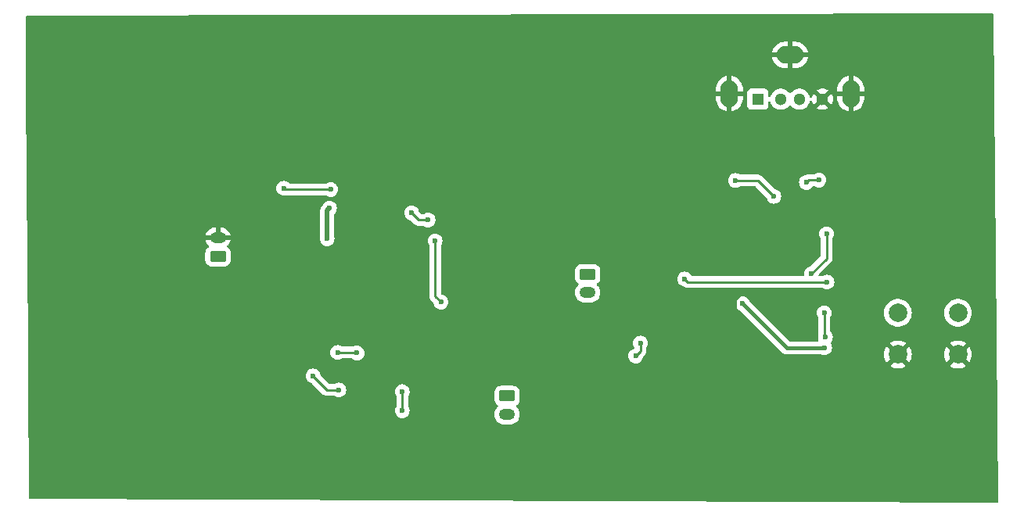
<source format=gbr>
%TF.GenerationSoftware,KiCad,Pcbnew,8.0.8*%
%TF.CreationDate,2025-03-11T03:54:01-05:00*%
%TF.ProjectId,finalproject,66696e61-6c70-4726-9f6a-6563742e6b69,rev?*%
%TF.SameCoordinates,Original*%
%TF.FileFunction,Copper,L2,Bot*%
%TF.FilePolarity,Positive*%
%FSLAX46Y46*%
G04 Gerber Fmt 4.6, Leading zero omitted, Abs format (unit mm)*
G04 Created by KiCad (PCBNEW 8.0.8) date 2025-03-11 03:54:01*
%MOMM*%
%LPD*%
G01*
G04 APERTURE LIST*
G04 Aperture macros list*
%AMRoundRect*
0 Rectangle with rounded corners*
0 $1 Rounding radius*
0 $2 $3 $4 $5 $6 $7 $8 $9 X,Y pos of 4 corners*
0 Add a 4 corners polygon primitive as box body*
4,1,4,$2,$3,$4,$5,$6,$7,$8,$9,$2,$3,0*
0 Add four circle primitives for the rounded corners*
1,1,$1+$1,$2,$3*
1,1,$1+$1,$4,$5*
1,1,$1+$1,$6,$7*
1,1,$1+$1,$8,$9*
0 Add four rect primitives between the rounded corners*
20,1,$1+$1,$2,$3,$4,$5,0*
20,1,$1+$1,$4,$5,$6,$7,0*
20,1,$1+$1,$6,$7,$8,$9,0*
20,1,$1+$1,$8,$9,$2,$3,0*%
G04 Aperture macros list end*
%TA.AperFunction,ComponentPad*%
%ADD10RoundRect,0.250000X0.625000X-0.350000X0.625000X0.350000X-0.625000X0.350000X-0.625000X-0.350000X0*%
%TD*%
%TA.AperFunction,ComponentPad*%
%ADD11O,1.750000X1.200000*%
%TD*%
%TA.AperFunction,ComponentPad*%
%ADD12O,1.900000X2.900000*%
%TD*%
%TA.AperFunction,ComponentPad*%
%ADD13O,2.900000X1.900000*%
%TD*%
%TA.AperFunction,ComponentPad*%
%ADD14C,1.300000*%
%TD*%
%TA.AperFunction,ComponentPad*%
%ADD15R,1.300000X1.300000*%
%TD*%
%TA.AperFunction,ComponentPad*%
%ADD16RoundRect,0.250000X-0.625000X0.350000X-0.625000X-0.350000X0.625000X-0.350000X0.625000X0.350000X0*%
%TD*%
%TA.AperFunction,ComponentPad*%
%ADD17C,2.000000*%
%TD*%
%TA.AperFunction,ViaPad*%
%ADD18C,0.600000*%
%TD*%
%TA.AperFunction,Conductor*%
%ADD19C,0.254000*%
%TD*%
%TA.AperFunction,Conductor*%
%ADD20C,0.381000*%
%TD*%
%TA.AperFunction,Conductor*%
%ADD21C,0.508000*%
%TD*%
G04 APERTURE END LIST*
D10*
%TO.P,GSR_IN1,1,Pin_1*%
%TO.N,Net-(GSR_IN1-Pin_1)*%
X109728000Y-93980000D03*
D11*
%TO.P,GSR_IN1,2,Pin_2*%
%TO.N,GND*%
X109728000Y-91980000D03*
%TD*%
D12*
%TO.P,USB1,5,Shield*%
%TO.N,GND*%
X178218000Y-76362000D03*
D13*
X171648000Y-72182000D03*
D12*
X165078000Y-76362000D03*
D14*
%TO.P,USB1,4,GND*%
X175148000Y-76962000D03*
%TO.P,USB1,3,D+*%
%TO.N,Net-(D2-K)*%
X172648000Y-76962000D03*
%TO.P,USB1,2,D-*%
%TO.N,Net-(D3-K)*%
X170648000Y-76962000D03*
D15*
%TO.P,USB1,1,VBUS*%
%TO.N,+5V*%
X168148000Y-76962000D03*
%TD*%
D16*
%TO.P,SIG1,1,Pin_1*%
%TO.N,/SIG*%
X149733000Y-95917000D03*
D11*
%TO.P,SIG1,2,Pin_2*%
%TO.N,unconnected-(SIG1-Pin_2-Pad2)*%
X149733000Y-97917000D03*
%TD*%
D16*
%TO.P,HEARTOUT1,1,Pin_1*%
%TO.N,/SDA*%
X141012000Y-109109000D03*
D11*
%TO.P,HEARTOUT1,2,Pin_2*%
%TO.N,/SCL*%
X141012000Y-111109000D03*
%TD*%
D17*
%TO.P,SW1,1,1*%
%TO.N,GND*%
X189813000Y-104612000D03*
X183313000Y-104612000D03*
%TO.P,SW1,2,2*%
%TO.N,Net-(MCU1-NRST)*%
X189813000Y-100112000D03*
X183313000Y-100112000D03*
%TD*%
D18*
%TO.N,GND*%
X168021000Y-98130815D03*
X166751000Y-97663000D03*
X165735000Y-100869000D03*
%TO.N,Net-(D2-K)*%
X173420000Y-85979000D03*
X174752000Y-85725000D03*
%TO.N,+3.3V*%
X175387000Y-103886000D03*
X166497000Y-99115000D03*
%TO.N,+1V8*%
X129667000Y-108644000D03*
X129667000Y-110698000D03*
X122682000Y-104394000D03*
X124773758Y-104453758D03*
X122809000Y-108458000D03*
X120015000Y-106934000D03*
%TO.N,+3.3V*%
X165755644Y-85770356D03*
X175339000Y-100115000D03*
X175466000Y-102730000D03*
X169878000Y-87490000D03*
%TO.N,+5V*%
X121793000Y-88773000D03*
X121539000Y-92075000D03*
%TO.N,Net-(GSR1-Pad3)*%
X116843000Y-86614000D03*
X121923000Y-86741000D03*
%TO.N,Net-(GSR1-Pad10)*%
X130683000Y-89281000D03*
X133223000Y-92329000D03*
X132461000Y-90043000D03*
X133858000Y-98933000D03*
%TO.N,/RX*%
X175593000Y-91554000D03*
X173941000Y-95872000D03*
%TO.N,/SIG*%
X175641000Y-96774000D03*
%TO.N,/SCL*%
X154940000Y-104775000D03*
X155448000Y-103378000D03*
%TO.N,/SIG*%
X160230242Y-96436758D03*
%TO.N,GND*%
X171196000Y-99441000D03*
%TD*%
D19*
%TO.N,GND*%
X169885815Y-98130815D02*
X168021000Y-98130815D01*
X165735000Y-98679000D02*
X166751000Y-97663000D01*
X165735000Y-100869000D02*
X165735000Y-98679000D01*
%TO.N,Net-(D2-K)*%
X174752000Y-85725000D02*
X173674000Y-85725000D01*
X173674000Y-85725000D02*
X173420000Y-85979000D01*
D20*
%TO.N,+3.3V*%
X171268000Y-103886000D02*
X175387000Y-103886000D01*
X166497000Y-99115000D02*
X171268000Y-103886000D01*
D19*
%TO.N,+1V8*%
X129667000Y-108644000D02*
X129667000Y-110698000D01*
X124714000Y-104394000D02*
X124773758Y-104453758D01*
X122682000Y-104394000D02*
X124714000Y-104394000D01*
X121539000Y-108458000D02*
X122809000Y-108458000D01*
X120015000Y-106934000D02*
X121539000Y-108458000D01*
%TO.N,+3.3V*%
X175339000Y-102603000D02*
X175466000Y-102730000D01*
X165755644Y-85770356D02*
X168158356Y-85770356D01*
X168158356Y-85770356D02*
X169878000Y-87490000D01*
X175339000Y-100115000D02*
X175339000Y-102603000D01*
D21*
%TO.N,+5V*%
X121539000Y-92075000D02*
X121539000Y-89027000D01*
X121539000Y-89027000D02*
X121793000Y-88773000D01*
D19*
%TO.N,Net-(GSR1-Pad3)*%
X116843000Y-86614000D02*
X116970000Y-86741000D01*
X116970000Y-86741000D02*
X121923000Y-86741000D01*
%TO.N,Net-(GSR1-Pad10)*%
X133223000Y-92329000D02*
X133223000Y-98298000D01*
X132461000Y-90043000D02*
X131445000Y-90043000D01*
X133223000Y-98298000D02*
X133858000Y-98933000D01*
X131445000Y-90043000D02*
X130683000Y-89281000D01*
%TO.N,/RX*%
X175593000Y-94220000D02*
X175593000Y-91554000D01*
X173941000Y-95872000D02*
X175593000Y-94220000D01*
%TO.N,/SCL*%
X155448000Y-104267000D02*
X154940000Y-104775000D01*
X155448000Y-103378000D02*
X155448000Y-104267000D01*
%TO.N,/SIG*%
X160230242Y-96436758D02*
X160567484Y-96774000D01*
X160567484Y-96774000D02*
X175641000Y-96774000D01*
%TO.N,GND*%
X171196000Y-99441000D02*
X169885815Y-98130815D01*
%TD*%
%TA.AperFunction,Conductor*%
%TO.N,GND*%
G36*
X193618972Y-67710820D02*
G01*
X193664855Y-67763513D01*
X193676180Y-67814109D01*
X194181794Y-120524355D01*
X194162754Y-120591580D01*
X194110391Y-120637839D01*
X194057350Y-120649543D01*
X89403643Y-120269445D01*
X89336675Y-120249517D01*
X89291112Y-120196547D01*
X89280096Y-120146360D01*
X89182707Y-106933996D01*
X119209435Y-106933996D01*
X119209435Y-106934003D01*
X119229630Y-107113249D01*
X119229631Y-107113254D01*
X119289211Y-107283523D01*
X119385184Y-107436262D01*
X119512738Y-107563816D01*
X119665478Y-107659789D01*
X119835745Y-107719368D01*
X119879635Y-107724313D01*
X119944048Y-107751378D01*
X119953433Y-107759852D01*
X121051589Y-108858008D01*
X121138992Y-108945411D01*
X121138993Y-108945412D01*
X121210995Y-108993522D01*
X121210994Y-108993522D01*
X121241756Y-109014076D01*
X121241759Y-109014077D01*
X121241767Y-109014083D01*
X121355965Y-109061385D01*
X121355969Y-109061385D01*
X121355970Y-109061386D01*
X121477193Y-109085500D01*
X121477196Y-109085500D01*
X121477197Y-109085500D01*
X122267328Y-109085500D01*
X122333299Y-109104505D01*
X122459478Y-109183789D01*
X122629745Y-109243368D01*
X122629750Y-109243369D01*
X122808996Y-109263565D01*
X122809000Y-109263565D01*
X122809004Y-109263565D01*
X122988249Y-109243369D01*
X122988252Y-109243368D01*
X122988255Y-109243368D01*
X123158522Y-109183789D01*
X123311262Y-109087816D01*
X123438816Y-108960262D01*
X123534789Y-108807522D01*
X123592009Y-108643996D01*
X128861435Y-108643996D01*
X128861435Y-108644003D01*
X128881630Y-108823249D01*
X128881631Y-108823254D01*
X128941211Y-108993524D01*
X129020493Y-109119698D01*
X129039500Y-109185671D01*
X129039500Y-110156328D01*
X129020494Y-110222300D01*
X128941211Y-110348476D01*
X128881631Y-110518745D01*
X128881630Y-110518750D01*
X128861435Y-110697996D01*
X128861435Y-110698003D01*
X128881630Y-110877249D01*
X128881631Y-110877254D01*
X128941211Y-111047523D01*
X129034261Y-111195610D01*
X129037184Y-111200262D01*
X129164738Y-111327816D01*
X129317478Y-111423789D01*
X129487745Y-111483368D01*
X129487750Y-111483369D01*
X129666996Y-111503565D01*
X129667000Y-111503565D01*
X129667004Y-111503565D01*
X129846249Y-111483369D01*
X129846252Y-111483368D01*
X129846255Y-111483368D01*
X130016522Y-111423789D01*
X130169262Y-111327816D01*
X130296816Y-111200262D01*
X130392789Y-111047522D01*
X130452368Y-110877255D01*
X130472565Y-110698000D01*
X130471275Y-110686555D01*
X130452369Y-110518750D01*
X130452368Y-110518745D01*
X130392789Y-110348478D01*
X130313505Y-110222299D01*
X130294500Y-110156328D01*
X130294500Y-109185671D01*
X130313507Y-109119698D01*
X130392788Y-108993524D01*
X130409623Y-108945412D01*
X130452368Y-108823255D01*
X130465242Y-108708998D01*
X130465244Y-108708983D01*
X139636500Y-108708983D01*
X139636500Y-109509001D01*
X139636501Y-109509019D01*
X139647000Y-109611796D01*
X139647001Y-109611799D01*
X139702185Y-109778331D01*
X139702186Y-109778334D01*
X139794288Y-109927656D01*
X139918344Y-110051712D01*
X139982543Y-110091310D01*
X140029268Y-110143258D01*
X140040489Y-110212221D01*
X140012646Y-110276303D01*
X140005128Y-110284530D01*
X139897585Y-110392073D01*
X139795768Y-110532211D01*
X139717128Y-110686552D01*
X139663597Y-110851302D01*
X139659487Y-110877254D01*
X139636500Y-111022389D01*
X139636500Y-111195611D01*
X139663598Y-111366701D01*
X139717127Y-111531445D01*
X139795768Y-111685788D01*
X139897586Y-111825928D01*
X140020072Y-111948414D01*
X140160212Y-112050232D01*
X140314555Y-112128873D01*
X140479299Y-112182402D01*
X140650389Y-112209500D01*
X140650390Y-112209500D01*
X141373610Y-112209500D01*
X141373611Y-112209500D01*
X141544701Y-112182402D01*
X141709445Y-112128873D01*
X141863788Y-112050232D01*
X142003928Y-111948414D01*
X142126414Y-111825928D01*
X142228232Y-111685788D01*
X142306873Y-111531445D01*
X142360402Y-111366701D01*
X142387500Y-111195611D01*
X142387500Y-111022389D01*
X142360402Y-110851299D01*
X142306873Y-110686555D01*
X142228232Y-110532212D01*
X142126414Y-110392072D01*
X142018872Y-110284530D01*
X141985387Y-110223207D01*
X141990371Y-110153515D01*
X142032243Y-110097582D01*
X142041457Y-110091310D01*
X142105656Y-110051712D01*
X142229712Y-109927656D01*
X142321814Y-109778334D01*
X142376999Y-109611797D01*
X142387500Y-109509009D01*
X142387499Y-108708992D01*
X142376999Y-108606203D01*
X142321814Y-108439666D01*
X142229712Y-108290344D01*
X142105656Y-108166288D01*
X141956334Y-108074186D01*
X141789797Y-108019001D01*
X141789795Y-108019000D01*
X141687010Y-108008500D01*
X140336998Y-108008500D01*
X140336981Y-108008501D01*
X140234203Y-108019000D01*
X140234200Y-108019001D01*
X140067668Y-108074185D01*
X140067663Y-108074187D01*
X139918342Y-108166289D01*
X139794289Y-108290342D01*
X139702187Y-108439663D01*
X139702185Y-108439668D01*
X139693874Y-108464750D01*
X139647001Y-108606203D01*
X139647001Y-108606204D01*
X139647000Y-108606204D01*
X139636500Y-108708983D01*
X130465244Y-108708983D01*
X130472565Y-108644003D01*
X130472565Y-108643996D01*
X130452369Y-108464750D01*
X130452368Y-108464745D01*
X130392788Y-108294476D01*
X130296815Y-108141737D01*
X130169262Y-108014184D01*
X130016523Y-107918211D01*
X129846254Y-107858631D01*
X129846249Y-107858630D01*
X129667004Y-107838435D01*
X129666996Y-107838435D01*
X129487750Y-107858630D01*
X129487745Y-107858631D01*
X129317476Y-107918211D01*
X129164737Y-108014184D01*
X129037184Y-108141737D01*
X128941211Y-108294476D01*
X128881631Y-108464745D01*
X128881630Y-108464750D01*
X128861435Y-108643996D01*
X123592009Y-108643996D01*
X123594368Y-108637255D01*
X123597867Y-108606200D01*
X123614565Y-108458003D01*
X123614565Y-108457996D01*
X123594369Y-108278750D01*
X123594368Y-108278745D01*
X123555018Y-108166289D01*
X123534789Y-108108478D01*
X123438816Y-107955738D01*
X123311262Y-107828184D01*
X123284700Y-107811494D01*
X123158523Y-107732211D01*
X122988254Y-107672631D01*
X122988249Y-107672630D01*
X122809004Y-107652435D01*
X122808996Y-107652435D01*
X122629750Y-107672630D01*
X122629745Y-107672631D01*
X122459476Y-107732211D01*
X122333300Y-107811494D01*
X122267328Y-107830500D01*
X121850281Y-107830500D01*
X121783242Y-107810815D01*
X121762600Y-107794181D01*
X120840852Y-106872433D01*
X120807367Y-106811110D01*
X120805314Y-106798648D01*
X120800368Y-106754745D01*
X120740789Y-106584478D01*
X120644816Y-106431738D01*
X120517262Y-106304184D01*
X120364523Y-106208211D01*
X120194254Y-106148631D01*
X120194249Y-106148630D01*
X120015004Y-106128435D01*
X120014996Y-106128435D01*
X119835750Y-106148630D01*
X119835745Y-106148631D01*
X119665476Y-106208211D01*
X119512737Y-106304184D01*
X119385184Y-106431737D01*
X119289211Y-106584476D01*
X119229631Y-106754745D01*
X119229630Y-106754750D01*
X119209435Y-106933996D01*
X89182707Y-106933996D01*
X89165306Y-104573249D01*
X89163985Y-104393996D01*
X121876435Y-104393996D01*
X121876435Y-104394003D01*
X121896630Y-104573249D01*
X121896631Y-104573254D01*
X121956211Y-104743523D01*
X121993759Y-104803280D01*
X122052184Y-104896262D01*
X122179738Y-105023816D01*
X122332478Y-105119789D01*
X122453110Y-105162000D01*
X122502745Y-105179368D01*
X122502750Y-105179369D01*
X122681996Y-105199565D01*
X122682000Y-105199565D01*
X122682004Y-105199565D01*
X122861249Y-105179369D01*
X122861252Y-105179368D01*
X122861255Y-105179368D01*
X123031522Y-105119789D01*
X123157700Y-105040505D01*
X123223672Y-105021500D01*
X124158060Y-105021500D01*
X124225099Y-105041185D01*
X124245741Y-105057819D01*
X124271496Y-105083574D01*
X124298779Y-105100717D01*
X124423952Y-105179369D01*
X124424236Y-105179547D01*
X124594503Y-105239126D01*
X124594508Y-105239127D01*
X124773754Y-105259323D01*
X124773758Y-105259323D01*
X124773762Y-105259323D01*
X124953007Y-105239127D01*
X124953010Y-105239126D01*
X124953013Y-105239126D01*
X125123280Y-105179547D01*
X125276020Y-105083574D01*
X125403574Y-104956020D01*
X125499547Y-104803280D01*
X125509444Y-104774996D01*
X154134435Y-104774996D01*
X154134435Y-104775003D01*
X154154630Y-104954249D01*
X154154631Y-104954254D01*
X154214211Y-105124523D01*
X154286222Y-105239127D01*
X154310184Y-105277262D01*
X154437738Y-105404816D01*
X154590478Y-105500789D01*
X154760745Y-105560368D01*
X154760750Y-105560369D01*
X154939996Y-105580565D01*
X154940000Y-105580565D01*
X154940004Y-105580565D01*
X155119249Y-105560369D01*
X155119252Y-105560368D01*
X155119255Y-105560368D01*
X155289522Y-105500789D01*
X155442262Y-105404816D01*
X155569816Y-105277262D01*
X155665789Y-105124522D01*
X155725368Y-104954255D01*
X155730313Y-104910361D01*
X155757378Y-104845951D01*
X155765832Y-104836586D01*
X155935410Y-104667009D01*
X155958126Y-104633013D01*
X156004083Y-104564233D01*
X156051385Y-104450035D01*
X156075500Y-104328803D01*
X156075500Y-103919671D01*
X156094507Y-103853698D01*
X156114560Y-103821785D01*
X156136174Y-103787384D01*
X156173788Y-103727524D01*
X156194480Y-103668390D01*
X156233368Y-103557255D01*
X156235709Y-103536478D01*
X156253565Y-103378003D01*
X156253565Y-103377996D01*
X156233369Y-103198750D01*
X156233368Y-103198745D01*
X156217332Y-103152916D01*
X156173789Y-103028478D01*
X156077816Y-102875738D01*
X155950262Y-102748184D01*
X155921327Y-102730003D01*
X155797523Y-102652211D01*
X155627254Y-102592631D01*
X155627249Y-102592630D01*
X155448004Y-102572435D01*
X155447996Y-102572435D01*
X155268750Y-102592630D01*
X155268745Y-102592631D01*
X155098476Y-102652211D01*
X154945737Y-102748184D01*
X154818184Y-102875737D01*
X154722211Y-103028476D01*
X154662631Y-103198745D01*
X154662630Y-103198750D01*
X154642435Y-103377996D01*
X154642435Y-103378003D01*
X154662630Y-103557249D01*
X154662631Y-103557254D01*
X154722211Y-103727523D01*
X154781440Y-103821785D01*
X154800440Y-103889022D01*
X154780072Y-103955857D01*
X154726804Y-104001071D01*
X154717400Y-104004799D01*
X154590478Y-104049210D01*
X154437737Y-104145184D01*
X154310184Y-104272737D01*
X154214211Y-104425476D01*
X154154631Y-104595745D01*
X154154630Y-104595750D01*
X154134435Y-104774996D01*
X125509444Y-104774996D01*
X125559126Y-104633013D01*
X125561493Y-104612005D01*
X125579323Y-104453761D01*
X125579323Y-104453754D01*
X125559127Y-104274508D01*
X125559126Y-104274503D01*
X125545486Y-104235522D01*
X125499547Y-104104236D01*
X125403574Y-103951496D01*
X125276020Y-103823942D01*
X125180916Y-103764184D01*
X125123281Y-103727969D01*
X124953012Y-103668389D01*
X124953007Y-103668388D01*
X124773762Y-103648193D01*
X124773754Y-103648193D01*
X124594508Y-103668388D01*
X124594495Y-103668391D01*
X124424237Y-103727967D01*
X124393161Y-103747494D01*
X124327190Y-103766500D01*
X123223672Y-103766500D01*
X123157700Y-103747494D01*
X123031523Y-103668211D01*
X122861254Y-103608631D01*
X122861249Y-103608630D01*
X122682004Y-103588435D01*
X122681996Y-103588435D01*
X122502750Y-103608630D01*
X122502745Y-103608631D01*
X122332476Y-103668211D01*
X122179737Y-103764184D01*
X122052184Y-103891737D01*
X121956211Y-104044476D01*
X121896631Y-104214745D01*
X121896630Y-104214750D01*
X121876435Y-104393996D01*
X89163985Y-104393996D01*
X89084275Y-93579983D01*
X108352500Y-93579983D01*
X108352500Y-94380001D01*
X108352501Y-94380019D01*
X108363000Y-94482796D01*
X108363001Y-94482799D01*
X108374415Y-94517243D01*
X108418186Y-94649334D01*
X108510288Y-94798656D01*
X108634344Y-94922712D01*
X108783666Y-95014814D01*
X108950203Y-95069999D01*
X109052991Y-95080500D01*
X110403008Y-95080499D01*
X110411496Y-95079632D01*
X110438945Y-95076828D01*
X110505797Y-95069999D01*
X110672334Y-95014814D01*
X110821656Y-94922712D01*
X110945712Y-94798656D01*
X111037814Y-94649334D01*
X111092999Y-94482797D01*
X111103500Y-94380009D01*
X111103499Y-93579992D01*
X111092999Y-93477203D01*
X111037814Y-93310666D01*
X110945712Y-93161344D01*
X110821656Y-93037288D01*
X110821655Y-93037287D01*
X110757019Y-92997420D01*
X110710294Y-92945472D01*
X110699071Y-92876510D01*
X110726914Y-92812428D01*
X110734434Y-92804199D01*
X110842035Y-92696598D01*
X110943804Y-92556524D01*
X111022408Y-92402255D01*
X111075914Y-92237584D01*
X111077115Y-92230000D01*
X110008330Y-92230000D01*
X110028075Y-92210255D01*
X110077444Y-92124745D01*
X110090774Y-92074996D01*
X120733435Y-92074996D01*
X120733435Y-92075003D01*
X120753630Y-92254249D01*
X120753631Y-92254254D01*
X120813211Y-92424523D01*
X120865820Y-92508249D01*
X120909184Y-92577262D01*
X121036738Y-92704816D01*
X121189478Y-92800789D01*
X121276565Y-92831262D01*
X121359745Y-92860368D01*
X121359750Y-92860369D01*
X121538996Y-92880565D01*
X121539000Y-92880565D01*
X121539004Y-92880565D01*
X121718249Y-92860369D01*
X121718252Y-92860368D01*
X121718255Y-92860368D01*
X121888522Y-92800789D01*
X122041262Y-92704816D01*
X122168816Y-92577262D01*
X122264789Y-92424522D01*
X122298215Y-92328996D01*
X132417435Y-92328996D01*
X132417435Y-92329003D01*
X132437630Y-92508249D01*
X132437631Y-92508254D01*
X132497211Y-92678524D01*
X132576493Y-92804698D01*
X132595500Y-92870671D01*
X132595500Y-98359807D01*
X132619612Y-98481028D01*
X132619614Y-98481034D01*
X132641136Y-98532992D01*
X132641136Y-98532993D01*
X132666915Y-98595229D01*
X132666920Y-98595239D01*
X132732148Y-98692858D01*
X132732152Y-98692864D01*
X132735587Y-98698006D01*
X133032146Y-98994565D01*
X133065631Y-99055888D01*
X133067685Y-99068361D01*
X133072630Y-99112249D01*
X133132210Y-99282521D01*
X133161812Y-99329632D01*
X133228184Y-99435262D01*
X133355738Y-99562816D01*
X133508478Y-99658789D01*
X133678745Y-99718368D01*
X133678750Y-99718369D01*
X133857996Y-99738565D01*
X133858000Y-99738565D01*
X133858004Y-99738565D01*
X134037249Y-99718369D01*
X134037252Y-99718368D01*
X134037255Y-99718368D01*
X134207522Y-99658789D01*
X134360262Y-99562816D01*
X134487816Y-99435262D01*
X134583789Y-99282522D01*
X134642409Y-99114996D01*
X165691435Y-99114996D01*
X165691435Y-99115003D01*
X165711630Y-99294249D01*
X165711631Y-99294254D01*
X165771211Y-99464523D01*
X165832973Y-99562816D01*
X165867184Y-99617262D01*
X165994738Y-99744816D01*
X166147478Y-99840789D01*
X166271651Y-99884238D01*
X166318377Y-99913599D01*
X170827509Y-104422731D01*
X170827512Y-104422733D01*
X170827514Y-104422735D01*
X170877004Y-104455803D01*
X170940689Y-104498356D01*
X170940691Y-104498357D01*
X170940695Y-104498359D01*
X171040239Y-104539591D01*
X171066443Y-104550445D01*
X171066447Y-104550445D01*
X171066448Y-104550446D01*
X171199939Y-104577000D01*
X171199942Y-104577000D01*
X171199943Y-104577000D01*
X171336057Y-104577000D01*
X174946387Y-104577000D01*
X175012359Y-104596006D01*
X175037476Y-104611788D01*
X175037478Y-104611789D01*
X175098116Y-104633007D01*
X175207745Y-104671368D01*
X175207750Y-104671369D01*
X175386996Y-104691565D01*
X175387000Y-104691565D01*
X175387004Y-104691565D01*
X175566249Y-104671369D01*
X175566252Y-104671368D01*
X175566255Y-104671368D01*
X175735936Y-104611994D01*
X181807859Y-104611994D01*
X181807859Y-104612005D01*
X181828385Y-104859729D01*
X181828387Y-104859738D01*
X181889412Y-105100717D01*
X181989267Y-105328367D01*
X182089562Y-105481881D01*
X182789212Y-104782233D01*
X182800482Y-104824292D01*
X182872890Y-104949708D01*
X182975292Y-105052110D01*
X183100708Y-105124518D01*
X183142766Y-105135787D01*
X182442943Y-105835609D01*
X182489768Y-105872055D01*
X182489771Y-105872057D01*
X182708385Y-105990364D01*
X182708396Y-105990369D01*
X182943506Y-106071083D01*
X183188707Y-106112000D01*
X183437293Y-106112000D01*
X183682493Y-106071083D01*
X183917603Y-105990369D01*
X183917614Y-105990364D01*
X184136230Y-105872056D01*
X184136236Y-105872051D01*
X184183055Y-105835610D01*
X184183056Y-105835609D01*
X183483233Y-105135787D01*
X183525292Y-105124518D01*
X183650708Y-105052110D01*
X183753110Y-104949708D01*
X183825518Y-104824292D01*
X183836787Y-104782234D01*
X184536435Y-105481882D01*
X184636733Y-105328364D01*
X184736587Y-105100717D01*
X184797612Y-104859738D01*
X184797614Y-104859729D01*
X184818141Y-104612005D01*
X184818141Y-104611994D01*
X188307859Y-104611994D01*
X188307859Y-104612005D01*
X188328385Y-104859729D01*
X188328387Y-104859738D01*
X188389412Y-105100717D01*
X188489267Y-105328367D01*
X188589562Y-105481881D01*
X189289212Y-104782233D01*
X189300482Y-104824292D01*
X189372890Y-104949708D01*
X189475292Y-105052110D01*
X189600708Y-105124518D01*
X189642766Y-105135787D01*
X188942943Y-105835609D01*
X188989768Y-105872055D01*
X188989771Y-105872057D01*
X189208385Y-105990364D01*
X189208396Y-105990369D01*
X189443506Y-106071083D01*
X189688707Y-106112000D01*
X189937293Y-106112000D01*
X190182493Y-106071083D01*
X190417603Y-105990369D01*
X190417614Y-105990364D01*
X190636230Y-105872056D01*
X190636236Y-105872051D01*
X190683055Y-105835610D01*
X190683056Y-105835609D01*
X189983233Y-105135787D01*
X190025292Y-105124518D01*
X190150708Y-105052110D01*
X190253110Y-104949708D01*
X190325518Y-104824292D01*
X190336787Y-104782233D01*
X191036435Y-105481882D01*
X191136733Y-105328364D01*
X191236587Y-105100717D01*
X191297612Y-104859738D01*
X191297614Y-104859729D01*
X191318141Y-104612005D01*
X191318141Y-104611994D01*
X191297614Y-104364270D01*
X191297612Y-104364261D01*
X191236587Y-104123282D01*
X191136732Y-103895632D01*
X191036435Y-103742116D01*
X190336787Y-104441765D01*
X190325518Y-104399708D01*
X190253110Y-104274292D01*
X190150708Y-104171890D01*
X190025292Y-104099482D01*
X189983233Y-104088212D01*
X190683055Y-103388389D01*
X190683055Y-103388388D01*
X190636236Y-103351947D01*
X190636231Y-103351944D01*
X190417614Y-103233635D01*
X190417603Y-103233630D01*
X190182493Y-103152916D01*
X189937293Y-103112000D01*
X189688707Y-103112000D01*
X189443506Y-103152916D01*
X189208396Y-103233630D01*
X189208385Y-103233635D01*
X188989770Y-103351943D01*
X188942943Y-103388389D01*
X189642766Y-104088212D01*
X189600708Y-104099482D01*
X189475292Y-104171890D01*
X189372890Y-104274292D01*
X189300482Y-104399708D01*
X189289212Y-104441765D01*
X188589563Y-103742117D01*
X188489267Y-103895633D01*
X188489265Y-103895637D01*
X188389412Y-104123282D01*
X188328387Y-104364261D01*
X188328385Y-104364270D01*
X188307859Y-104611994D01*
X184818141Y-104611994D01*
X184797614Y-104364270D01*
X184797612Y-104364261D01*
X184736587Y-104123282D01*
X184636732Y-103895632D01*
X184536435Y-103742116D01*
X183836787Y-104441765D01*
X183825518Y-104399708D01*
X183753110Y-104274292D01*
X183650708Y-104171890D01*
X183525292Y-104099482D01*
X183483233Y-104088212D01*
X184183055Y-103388389D01*
X184183055Y-103388388D01*
X184136236Y-103351947D01*
X184136231Y-103351944D01*
X183917614Y-103233635D01*
X183917603Y-103233630D01*
X183682493Y-103152916D01*
X183437293Y-103112000D01*
X183188707Y-103112000D01*
X182943506Y-103152916D01*
X182708396Y-103233630D01*
X182708385Y-103233635D01*
X182489770Y-103351943D01*
X182442943Y-103388389D01*
X183142766Y-104088212D01*
X183100708Y-104099482D01*
X182975292Y-104171890D01*
X182872890Y-104274292D01*
X182800482Y-104399708D01*
X182789212Y-104441766D01*
X182089563Y-103742117D01*
X181989267Y-103895633D01*
X181989265Y-103895637D01*
X181889412Y-104123282D01*
X181828387Y-104364261D01*
X181828385Y-104364270D01*
X181807859Y-104611994D01*
X175735936Y-104611994D01*
X175736522Y-104611789D01*
X175889262Y-104515816D01*
X176016816Y-104388262D01*
X176112789Y-104235522D01*
X176172368Y-104065255D01*
X176174709Y-104044478D01*
X176192565Y-103886003D01*
X176192565Y-103885996D01*
X176172369Y-103706750D01*
X176172368Y-103706745D01*
X176112788Y-103536475D01*
X176041460Y-103422959D01*
X176022459Y-103355722D01*
X176042826Y-103288887D01*
X176058768Y-103269309D01*
X176095816Y-103232262D01*
X176191789Y-103079522D01*
X176251368Y-102909255D01*
X176251369Y-102909249D01*
X176271565Y-102730003D01*
X176271565Y-102729996D01*
X176251369Y-102550750D01*
X176251368Y-102550745D01*
X176191788Y-102380476D01*
X176163953Y-102336177D01*
X176095816Y-102227738D01*
X176002818Y-102134740D01*
X175969334Y-102073416D01*
X175966500Y-102047059D01*
X175966500Y-100656671D01*
X175985507Y-100590698D01*
X176064788Y-100464524D01*
X176101425Y-100359821D01*
X176124368Y-100294255D01*
X176144565Y-100115000D01*
X176144226Y-100111994D01*
X181807357Y-100111994D01*
X181807357Y-100112005D01*
X181827890Y-100359812D01*
X181827892Y-100359824D01*
X181888936Y-100600881D01*
X181988826Y-100828606D01*
X182124833Y-101036782D01*
X182124836Y-101036785D01*
X182293256Y-101219738D01*
X182489491Y-101372474D01*
X182708190Y-101490828D01*
X182943386Y-101571571D01*
X183188665Y-101612500D01*
X183437335Y-101612500D01*
X183682614Y-101571571D01*
X183917810Y-101490828D01*
X184136509Y-101372474D01*
X184332744Y-101219738D01*
X184501164Y-101036785D01*
X184637173Y-100828607D01*
X184737063Y-100600881D01*
X184798108Y-100359821D01*
X184803541Y-100294254D01*
X184818643Y-100112005D01*
X184818643Y-100111994D01*
X188307357Y-100111994D01*
X188307357Y-100112005D01*
X188327890Y-100359812D01*
X188327892Y-100359824D01*
X188388936Y-100600881D01*
X188488826Y-100828606D01*
X188624833Y-101036782D01*
X188624836Y-101036785D01*
X188793256Y-101219738D01*
X188989491Y-101372474D01*
X189208190Y-101490828D01*
X189443386Y-101571571D01*
X189688665Y-101612500D01*
X189937335Y-101612500D01*
X190182614Y-101571571D01*
X190417810Y-101490828D01*
X190636509Y-101372474D01*
X190832744Y-101219738D01*
X191001164Y-101036785D01*
X191137173Y-100828607D01*
X191237063Y-100600881D01*
X191298108Y-100359821D01*
X191303541Y-100294254D01*
X191318643Y-100112005D01*
X191318643Y-100111994D01*
X191298109Y-99864187D01*
X191298107Y-99864175D01*
X191237063Y-99623118D01*
X191137173Y-99395393D01*
X191001166Y-99187217D01*
X190934685Y-99115000D01*
X190832744Y-99004262D01*
X190636509Y-98851526D01*
X190636507Y-98851525D01*
X190636506Y-98851524D01*
X190417811Y-98733172D01*
X190417802Y-98733169D01*
X190182616Y-98652429D01*
X189937335Y-98611500D01*
X189688665Y-98611500D01*
X189443383Y-98652429D01*
X189208197Y-98733169D01*
X189208188Y-98733172D01*
X188989493Y-98851524D01*
X188793257Y-99004261D01*
X188624833Y-99187217D01*
X188488826Y-99395393D01*
X188388936Y-99623118D01*
X188327892Y-99864175D01*
X188327890Y-99864187D01*
X188307357Y-100111994D01*
X184818643Y-100111994D01*
X184798109Y-99864187D01*
X184798107Y-99864175D01*
X184737063Y-99623118D01*
X184637173Y-99395393D01*
X184501166Y-99187217D01*
X184434685Y-99115000D01*
X184332744Y-99004262D01*
X184136509Y-98851526D01*
X184136507Y-98851525D01*
X184136506Y-98851524D01*
X183917811Y-98733172D01*
X183917802Y-98733169D01*
X183682616Y-98652429D01*
X183437335Y-98611500D01*
X183188665Y-98611500D01*
X182943383Y-98652429D01*
X182708197Y-98733169D01*
X182708188Y-98733172D01*
X182489493Y-98851524D01*
X182293257Y-99004261D01*
X182124833Y-99187217D01*
X181988826Y-99395393D01*
X181888936Y-99623118D01*
X181827892Y-99864175D01*
X181827890Y-99864187D01*
X181807357Y-100111994D01*
X176144226Y-100111994D01*
X176124369Y-99935750D01*
X176124368Y-99935745D01*
X176099326Y-99864179D01*
X176064789Y-99765478D01*
X176047878Y-99738565D01*
X175997751Y-99658788D01*
X175968816Y-99612738D01*
X175841262Y-99485184D01*
X175761812Y-99435262D01*
X175688523Y-99389211D01*
X175518254Y-99329631D01*
X175518249Y-99329630D01*
X175339004Y-99309435D01*
X175338996Y-99309435D01*
X175159750Y-99329630D01*
X175159745Y-99329631D01*
X174989476Y-99389211D01*
X174836737Y-99485184D01*
X174709184Y-99612737D01*
X174613211Y-99765476D01*
X174553631Y-99935745D01*
X174553630Y-99935750D01*
X174533435Y-100114996D01*
X174533435Y-100115003D01*
X174553630Y-100294249D01*
X174553631Y-100294254D01*
X174613211Y-100464524D01*
X174692493Y-100590698D01*
X174711500Y-100656671D01*
X174711500Y-102441459D01*
X174704542Y-102482414D01*
X174680631Y-102550745D01*
X174680630Y-102550750D01*
X174660435Y-102729996D01*
X174660435Y-102730003D01*
X174680630Y-102909249D01*
X174680632Y-102909257D01*
X174722898Y-103030046D01*
X174726459Y-103099824D01*
X174691730Y-103160452D01*
X174629737Y-103192679D01*
X174605856Y-103195000D01*
X171605583Y-103195000D01*
X171538544Y-103175315D01*
X171517902Y-103158681D01*
X167295599Y-98936377D01*
X167266238Y-98889650D01*
X167255244Y-98858232D01*
X167222789Y-98765478D01*
X167126816Y-98612738D01*
X166999262Y-98485184D01*
X166912612Y-98430738D01*
X166846523Y-98389211D01*
X166676254Y-98329631D01*
X166676249Y-98329630D01*
X166497004Y-98309435D01*
X166496996Y-98309435D01*
X166317750Y-98329630D01*
X166317745Y-98329631D01*
X166147476Y-98389211D01*
X165994737Y-98485184D01*
X165867184Y-98612737D01*
X165771211Y-98765476D01*
X165711631Y-98935745D01*
X165711630Y-98935750D01*
X165691435Y-99114996D01*
X134642409Y-99114996D01*
X134643368Y-99112255D01*
X134649719Y-99055888D01*
X134663565Y-98933003D01*
X134663565Y-98932996D01*
X134643369Y-98753750D01*
X134643368Y-98753745D01*
X134601443Y-98633930D01*
X134583789Y-98583478D01*
X134487816Y-98430738D01*
X134360262Y-98303184D01*
X134253653Y-98236197D01*
X134207521Y-98207210D01*
X134037249Y-98147630D01*
X133993361Y-98142685D01*
X133928947Y-98115617D01*
X133919565Y-98107146D01*
X133886819Y-98074400D01*
X133853334Y-98013077D01*
X133850500Y-97986719D01*
X133850500Y-95516983D01*
X148357500Y-95516983D01*
X148357500Y-96317001D01*
X148357501Y-96317019D01*
X148368000Y-96419796D01*
X148368001Y-96419799D01*
X148373621Y-96436758D01*
X148423186Y-96586334D01*
X148515288Y-96735656D01*
X148639344Y-96859712D01*
X148703543Y-96899310D01*
X148750268Y-96951258D01*
X148761489Y-97020221D01*
X148733646Y-97084303D01*
X148726128Y-97092530D01*
X148618585Y-97200073D01*
X148516768Y-97340211D01*
X148438128Y-97494552D01*
X148384597Y-97659302D01*
X148357500Y-97830389D01*
X148357500Y-98003610D01*
X148380310Y-98147632D01*
X148384598Y-98174701D01*
X148438127Y-98339445D01*
X148516768Y-98493788D01*
X148618586Y-98633928D01*
X148741072Y-98756414D01*
X148881212Y-98858232D01*
X149035555Y-98936873D01*
X149200299Y-98990402D01*
X149371389Y-99017500D01*
X149371390Y-99017500D01*
X150094610Y-99017500D01*
X150094611Y-99017500D01*
X150265701Y-98990402D01*
X150430445Y-98936873D01*
X150584788Y-98858232D01*
X150724928Y-98756414D01*
X150847414Y-98633928D01*
X150949232Y-98493788D01*
X151027873Y-98339445D01*
X151081402Y-98174701D01*
X151108500Y-98003611D01*
X151108500Y-97830389D01*
X151081402Y-97659299D01*
X151027873Y-97494555D01*
X150949232Y-97340212D01*
X150847414Y-97200072D01*
X150739872Y-97092530D01*
X150706387Y-97031207D01*
X150711371Y-96961515D01*
X150753243Y-96905582D01*
X150762457Y-96899310D01*
X150826656Y-96859712D01*
X150950712Y-96735656D01*
X151042814Y-96586334D01*
X151092380Y-96436754D01*
X159424677Y-96436754D01*
X159424677Y-96436761D01*
X159444872Y-96616007D01*
X159444873Y-96616012D01*
X159504453Y-96786281D01*
X159579415Y-96905582D01*
X159600426Y-96939020D01*
X159727980Y-97066574D01*
X159880720Y-97162547D01*
X160050987Y-97222126D01*
X160094877Y-97227071D01*
X160159289Y-97254136D01*
X160166054Y-97260244D01*
X160167476Y-97261411D01*
X160270244Y-97330079D01*
X160270257Y-97330086D01*
X160384444Y-97377383D01*
X160384449Y-97377385D01*
X160384453Y-97377385D01*
X160384454Y-97377386D01*
X160505678Y-97401500D01*
X160505681Y-97401500D01*
X175099328Y-97401500D01*
X175165299Y-97420505D01*
X175291478Y-97499789D01*
X175461745Y-97559368D01*
X175461750Y-97559369D01*
X175640996Y-97579565D01*
X175641000Y-97579565D01*
X175641004Y-97579565D01*
X175820249Y-97559369D01*
X175820252Y-97559368D01*
X175820255Y-97559368D01*
X175990522Y-97499789D01*
X176143262Y-97403816D01*
X176270816Y-97276262D01*
X176366789Y-97123522D01*
X176426368Y-96953255D01*
X176426369Y-96953249D01*
X176446565Y-96774003D01*
X176446565Y-96773996D01*
X176426369Y-96594750D01*
X176426368Y-96594745D01*
X176371086Y-96436758D01*
X176366789Y-96424478D01*
X176363846Y-96419795D01*
X176299266Y-96317016D01*
X176270816Y-96271738D01*
X176143262Y-96144184D01*
X176116700Y-96127494D01*
X175990523Y-96048211D01*
X175820254Y-95988631D01*
X175820249Y-95988630D01*
X175641004Y-95968435D01*
X175640996Y-95968435D01*
X175461750Y-95988630D01*
X175461745Y-95988631D01*
X175291476Y-96048211D01*
X175165300Y-96127494D01*
X175099328Y-96146500D01*
X174854392Y-96146500D01*
X174787353Y-96126815D01*
X174741598Y-96074011D01*
X174731168Y-96008647D01*
X174731310Y-96007387D01*
X174758362Y-95942971D01*
X174766842Y-95933575D01*
X176080411Y-94620008D01*
X176149083Y-94517233D01*
X176168676Y-94469930D01*
X176196386Y-94403034D01*
X176220500Y-94281803D01*
X176220500Y-94158197D01*
X176220500Y-92095671D01*
X176239507Y-92029698D01*
X176318788Y-91903524D01*
X176318789Y-91903522D01*
X176378368Y-91733255D01*
X176378735Y-91729999D01*
X176398565Y-91554003D01*
X176398565Y-91553996D01*
X176378369Y-91374750D01*
X176378368Y-91374745D01*
X176318789Y-91204478D01*
X176222816Y-91051738D01*
X176095262Y-90924184D01*
X176024944Y-90880000D01*
X175942523Y-90828211D01*
X175772254Y-90768631D01*
X175772249Y-90768630D01*
X175593004Y-90748435D01*
X175592996Y-90748435D01*
X175413750Y-90768630D01*
X175413745Y-90768631D01*
X175243476Y-90828211D01*
X175090737Y-90924184D01*
X174963184Y-91051737D01*
X174867211Y-91204476D01*
X174807631Y-91374745D01*
X174807630Y-91374750D01*
X174787435Y-91553996D01*
X174787435Y-91554003D01*
X174807630Y-91733249D01*
X174807631Y-91733254D01*
X174867211Y-91903524D01*
X174946493Y-92029698D01*
X174965500Y-92095671D01*
X174965500Y-93908718D01*
X174945815Y-93975757D01*
X174929181Y-93996399D01*
X173879432Y-95046147D01*
X173818109Y-95079632D01*
X173805637Y-95081686D01*
X173761745Y-95086632D01*
X173591478Y-95146210D01*
X173438737Y-95242184D01*
X173311184Y-95369737D01*
X173215211Y-95522476D01*
X173155631Y-95692745D01*
X173155630Y-95692750D01*
X173135435Y-95871996D01*
X173135435Y-95872003D01*
X173150827Y-96008617D01*
X173138772Y-96077439D01*
X173091423Y-96128818D01*
X173027607Y-96146500D01*
X161061802Y-96146500D01*
X160994763Y-96126815D01*
X160956808Y-96088472D01*
X160860057Y-95934495D01*
X160732504Y-95806942D01*
X160579765Y-95710969D01*
X160409496Y-95651389D01*
X160409491Y-95651388D01*
X160230246Y-95631193D01*
X160230238Y-95631193D01*
X160050992Y-95651388D01*
X160050987Y-95651389D01*
X159880718Y-95710969D01*
X159727979Y-95806942D01*
X159600426Y-95934495D01*
X159504453Y-96087234D01*
X159444873Y-96257503D01*
X159444872Y-96257508D01*
X159424677Y-96436754D01*
X151092380Y-96436754D01*
X151097999Y-96419797D01*
X151108500Y-96317009D01*
X151108499Y-95516992D01*
X151097999Y-95414203D01*
X151042814Y-95247666D01*
X150950712Y-95098344D01*
X150826656Y-94974288D01*
X150677334Y-94882186D01*
X150510797Y-94827001D01*
X150510795Y-94827000D01*
X150408010Y-94816500D01*
X149057998Y-94816500D01*
X149057981Y-94816501D01*
X148955203Y-94827000D01*
X148955200Y-94827001D01*
X148788668Y-94882185D01*
X148788663Y-94882187D01*
X148639342Y-94974289D01*
X148515289Y-95098342D01*
X148423187Y-95247663D01*
X148423186Y-95247666D01*
X148368001Y-95414203D01*
X148368001Y-95414204D01*
X148368000Y-95414204D01*
X148357500Y-95516983D01*
X133850500Y-95516983D01*
X133850500Y-92870671D01*
X133869507Y-92804698D01*
X133948788Y-92678524D01*
X134008368Y-92508254D01*
X134008369Y-92508249D01*
X134028565Y-92329003D01*
X134028565Y-92328996D01*
X134008369Y-92149750D01*
X134008368Y-92149745D01*
X133982215Y-92075003D01*
X133948789Y-91979478D01*
X133852816Y-91826738D01*
X133725262Y-91699184D01*
X133694612Y-91679925D01*
X133572523Y-91603211D01*
X133402254Y-91543631D01*
X133402249Y-91543630D01*
X133223004Y-91523435D01*
X133222996Y-91523435D01*
X133043750Y-91543630D01*
X133043745Y-91543631D01*
X132873476Y-91603211D01*
X132720737Y-91699184D01*
X132593184Y-91826737D01*
X132497211Y-91979476D01*
X132437631Y-92149745D01*
X132437630Y-92149750D01*
X132417435Y-92328996D01*
X122298215Y-92328996D01*
X122324368Y-92254255D01*
X122324369Y-92254249D01*
X122344565Y-92075003D01*
X122344565Y-92074996D01*
X122324369Y-91895750D01*
X122324368Y-91895745D01*
X122300458Y-91827414D01*
X122293500Y-91786459D01*
X122293500Y-89455940D01*
X122313185Y-89388901D01*
X122329819Y-89368259D01*
X122417082Y-89280996D01*
X129877435Y-89280996D01*
X129877435Y-89281003D01*
X129897630Y-89460249D01*
X129897631Y-89460254D01*
X129957211Y-89630523D01*
X129996769Y-89693478D01*
X130053184Y-89783262D01*
X130180738Y-89910816D01*
X130333478Y-90006789D01*
X130503745Y-90066368D01*
X130547635Y-90071313D01*
X130612048Y-90098378D01*
X130621433Y-90106852D01*
X130957589Y-90443008D01*
X131044992Y-90530411D01*
X131044994Y-90530413D01*
X131044996Y-90530414D01*
X131147756Y-90599076D01*
X131147758Y-90599077D01*
X131147767Y-90599083D01*
X131172772Y-90609440D01*
X131195071Y-90618677D01*
X131237254Y-90636149D01*
X131261966Y-90646386D01*
X131383192Y-90670499D01*
X131383196Y-90670500D01*
X131383197Y-90670500D01*
X131506803Y-90670500D01*
X131919328Y-90670500D01*
X131985300Y-90689506D01*
X132111226Y-90768631D01*
X132111478Y-90768789D01*
X132281296Y-90828211D01*
X132281745Y-90828368D01*
X132281750Y-90828369D01*
X132460996Y-90848565D01*
X132461000Y-90848565D01*
X132461004Y-90848565D01*
X132640249Y-90828369D01*
X132640252Y-90828368D01*
X132640255Y-90828368D01*
X132810522Y-90768789D01*
X132963262Y-90672816D01*
X133090816Y-90545262D01*
X133186789Y-90392522D01*
X133246368Y-90222255D01*
X133259371Y-90106852D01*
X133266565Y-90043003D01*
X133266565Y-90042996D01*
X133246369Y-89863750D01*
X133246368Y-89863745D01*
X133186788Y-89693476D01*
X133090815Y-89540737D01*
X132963262Y-89413184D01*
X132810523Y-89317211D01*
X132640254Y-89257631D01*
X132640249Y-89257630D01*
X132461004Y-89237435D01*
X132460996Y-89237435D01*
X132281750Y-89257630D01*
X132281745Y-89257631D01*
X132111476Y-89317211D01*
X131985300Y-89396494D01*
X131919328Y-89415500D01*
X131756281Y-89415500D01*
X131689242Y-89395815D01*
X131668600Y-89379181D01*
X131508852Y-89219433D01*
X131475367Y-89158110D01*
X131473314Y-89145648D01*
X131468368Y-89101745D01*
X131408789Y-88931478D01*
X131312816Y-88778738D01*
X131185262Y-88651184D01*
X131032523Y-88555211D01*
X130862254Y-88495631D01*
X130862249Y-88495630D01*
X130683004Y-88475435D01*
X130682996Y-88475435D01*
X130503750Y-88495630D01*
X130503745Y-88495631D01*
X130333476Y-88555211D01*
X130180737Y-88651184D01*
X130053184Y-88778737D01*
X129957211Y-88931476D01*
X129897631Y-89101745D01*
X129897630Y-89101750D01*
X129877435Y-89280996D01*
X122417082Y-89280996D01*
X122422816Y-89275262D01*
X122518789Y-89122522D01*
X122578368Y-88952255D01*
X122580709Y-88931478D01*
X122598565Y-88773003D01*
X122598565Y-88772996D01*
X122578369Y-88593750D01*
X122578368Y-88593745D01*
X122544036Y-88495630D01*
X122518789Y-88423478D01*
X122422816Y-88270738D01*
X122295262Y-88143184D01*
X122258072Y-88119816D01*
X122142523Y-88047211D01*
X121972254Y-87987631D01*
X121972249Y-87987630D01*
X121793004Y-87967435D01*
X121792996Y-87967435D01*
X121613750Y-87987630D01*
X121613745Y-87987631D01*
X121443476Y-88047211D01*
X121290737Y-88143184D01*
X121163184Y-88270737D01*
X121063507Y-88429373D01*
X121062703Y-88428868D01*
X121044618Y-88454355D01*
X120952944Y-88546030D01*
X120952940Y-88546034D01*
X120870373Y-88669605D01*
X120870366Y-88669618D01*
X120858326Y-88698688D01*
X120858326Y-88698689D01*
X120825169Y-88778737D01*
X120813495Y-88806919D01*
X120813493Y-88806925D01*
X120784499Y-88952685D01*
X120784499Y-89107425D01*
X120784500Y-89107446D01*
X120784500Y-91786459D01*
X120777542Y-91827414D01*
X120753631Y-91895745D01*
X120753630Y-91895750D01*
X120733435Y-92074996D01*
X110090774Y-92074996D01*
X110103000Y-92029370D01*
X110103000Y-91930630D01*
X110077444Y-91835255D01*
X110028075Y-91749745D01*
X110008330Y-91730000D01*
X111077115Y-91730000D01*
X111077115Y-91729999D01*
X111075914Y-91722415D01*
X111022408Y-91557744D01*
X110943804Y-91403475D01*
X110842032Y-91263397D01*
X110719602Y-91140967D01*
X110579524Y-91039195D01*
X110425257Y-90960591D01*
X110260584Y-90907085D01*
X110089571Y-90880000D01*
X109978000Y-90880000D01*
X109978000Y-91699670D01*
X109958255Y-91679925D01*
X109872745Y-91630556D01*
X109777370Y-91605000D01*
X109678630Y-91605000D01*
X109583255Y-91630556D01*
X109497745Y-91679925D01*
X109478000Y-91699670D01*
X109478000Y-90880000D01*
X109366429Y-90880000D01*
X109195415Y-90907085D01*
X109030742Y-90960591D01*
X108876475Y-91039195D01*
X108736397Y-91140967D01*
X108613967Y-91263397D01*
X108512195Y-91403475D01*
X108433591Y-91557744D01*
X108380085Y-91722415D01*
X108378884Y-91729999D01*
X108378885Y-91730000D01*
X109447670Y-91730000D01*
X109427925Y-91749745D01*
X109378556Y-91835255D01*
X109353000Y-91930630D01*
X109353000Y-92029370D01*
X109378556Y-92124745D01*
X109427925Y-92210255D01*
X109447670Y-92230000D01*
X108378885Y-92230000D01*
X108380085Y-92237584D01*
X108433591Y-92402255D01*
X108512195Y-92556524D01*
X108613967Y-92696602D01*
X108721565Y-92804200D01*
X108755050Y-92865523D01*
X108750066Y-92935215D01*
X108708194Y-92991148D01*
X108698981Y-92997420D01*
X108634342Y-93037289D01*
X108510289Y-93161342D01*
X108418187Y-93310663D01*
X108418186Y-93310666D01*
X108363001Y-93477203D01*
X108363001Y-93477204D01*
X108363000Y-93477204D01*
X108352500Y-93579983D01*
X89084275Y-93579983D01*
X89032929Y-86613996D01*
X116037435Y-86613996D01*
X116037435Y-86614003D01*
X116057630Y-86793249D01*
X116057631Y-86793254D01*
X116117211Y-86963523D01*
X116197010Y-87090522D01*
X116213184Y-87116262D01*
X116340738Y-87243816D01*
X116493478Y-87339789D01*
X116663739Y-87399366D01*
X116663745Y-87399368D01*
X116663750Y-87399369D01*
X116842996Y-87419565D01*
X116843000Y-87419565D01*
X116843004Y-87419565D01*
X117022249Y-87399369D01*
X117022251Y-87399368D01*
X117022255Y-87399368D01*
X117022258Y-87399366D01*
X117022262Y-87399366D01*
X117090585Y-87375459D01*
X117131540Y-87368500D01*
X121381328Y-87368500D01*
X121447300Y-87387506D01*
X121498321Y-87419565D01*
X121573478Y-87466789D01*
X121639820Y-87490003D01*
X121743745Y-87526368D01*
X121743750Y-87526369D01*
X121922996Y-87546565D01*
X121923000Y-87546565D01*
X121923004Y-87546565D01*
X122102249Y-87526369D01*
X122102252Y-87526368D01*
X122102255Y-87526368D01*
X122272522Y-87466789D01*
X122425262Y-87370816D01*
X122552816Y-87243262D01*
X122648789Y-87090522D01*
X122708368Y-86920255D01*
X122708369Y-86920249D01*
X122728565Y-86741003D01*
X122728565Y-86740996D01*
X122708369Y-86561750D01*
X122708368Y-86561745D01*
X122690390Y-86510368D01*
X122648789Y-86391478D01*
X122624297Y-86352500D01*
X122574104Y-86272618D01*
X122552816Y-86238738D01*
X122425262Y-86111184D01*
X122398700Y-86094494D01*
X122272523Y-86015211D01*
X122102254Y-85955631D01*
X122102249Y-85955630D01*
X121923004Y-85935435D01*
X121922996Y-85935435D01*
X121743750Y-85955630D01*
X121743745Y-85955631D01*
X121573476Y-86015211D01*
X121447300Y-86094494D01*
X121381328Y-86113500D01*
X117525941Y-86113500D01*
X117458902Y-86093815D01*
X117438260Y-86077182D01*
X117435600Y-86074522D01*
X117345262Y-85984184D01*
X117299819Y-85955630D01*
X117192523Y-85888211D01*
X117022254Y-85828631D01*
X117022249Y-85828630D01*
X116843004Y-85808435D01*
X116842996Y-85808435D01*
X116663750Y-85828630D01*
X116663745Y-85828631D01*
X116493476Y-85888211D01*
X116340737Y-85984184D01*
X116213184Y-86111737D01*
X116117211Y-86264476D01*
X116057631Y-86434745D01*
X116057630Y-86434750D01*
X116037435Y-86613996D01*
X89032929Y-86613996D01*
X89026711Y-85770352D01*
X164950079Y-85770352D01*
X164950079Y-85770359D01*
X164970274Y-85949605D01*
X164970275Y-85949610D01*
X165029855Y-86119879D01*
X165097329Y-86227262D01*
X165125828Y-86272618D01*
X165253382Y-86400172D01*
X165308405Y-86434745D01*
X165382432Y-86481260D01*
X165406122Y-86496145D01*
X165504489Y-86530565D01*
X165576389Y-86555724D01*
X165576394Y-86555725D01*
X165755640Y-86575921D01*
X165755644Y-86575921D01*
X165755648Y-86575921D01*
X165934893Y-86555725D01*
X165934896Y-86555724D01*
X165934899Y-86555724D01*
X166105166Y-86496145D01*
X166231344Y-86416861D01*
X166297316Y-86397856D01*
X167847075Y-86397856D01*
X167914114Y-86417541D01*
X167934756Y-86434175D01*
X169052146Y-87551565D01*
X169085631Y-87612888D01*
X169087685Y-87625361D01*
X169092630Y-87669249D01*
X169152210Y-87839521D01*
X169232584Y-87967435D01*
X169248184Y-87992262D01*
X169375738Y-88119816D01*
X169528478Y-88215789D01*
X169685510Y-88270737D01*
X169698745Y-88275368D01*
X169698750Y-88275369D01*
X169877996Y-88295565D01*
X169878000Y-88295565D01*
X169878004Y-88295565D01*
X170057249Y-88275369D01*
X170057252Y-88275368D01*
X170057255Y-88275368D01*
X170227522Y-88215789D01*
X170380262Y-88119816D01*
X170507816Y-87992262D01*
X170603789Y-87839522D01*
X170663368Y-87669255D01*
X170669719Y-87612888D01*
X170683565Y-87490003D01*
X170683565Y-87489996D01*
X170663369Y-87310750D01*
X170663368Y-87310745D01*
X170603789Y-87140478D01*
X170507816Y-86987738D01*
X170380262Y-86860184D01*
X170227521Y-86764210D01*
X170079849Y-86712538D01*
X170057255Y-86704632D01*
X170057254Y-86704631D01*
X170057249Y-86704630D01*
X170013361Y-86699685D01*
X169948947Y-86672617D01*
X169939565Y-86664146D01*
X169254415Y-85978996D01*
X172614435Y-85978996D01*
X172614435Y-85979003D01*
X172634630Y-86158249D01*
X172634631Y-86158254D01*
X172694211Y-86328523D01*
X172790181Y-86481258D01*
X172790184Y-86481262D01*
X172917738Y-86608816D01*
X173070478Y-86704789D01*
X173173952Y-86740996D01*
X173240745Y-86764368D01*
X173240750Y-86764369D01*
X173419996Y-86784565D01*
X173420000Y-86784565D01*
X173420004Y-86784565D01*
X173599249Y-86764369D01*
X173599252Y-86764368D01*
X173599255Y-86764368D01*
X173769522Y-86704789D01*
X173922262Y-86608816D01*
X174049816Y-86481262D01*
X174079403Y-86434175D01*
X174094263Y-86410527D01*
X174146597Y-86364237D01*
X174199256Y-86352500D01*
X174210328Y-86352500D01*
X174276300Y-86371506D01*
X174348483Y-86416862D01*
X174402478Y-86450789D01*
X174489565Y-86481262D01*
X174572745Y-86510368D01*
X174572750Y-86510369D01*
X174751996Y-86530565D01*
X174752000Y-86530565D01*
X174752004Y-86530565D01*
X174931249Y-86510369D01*
X174931252Y-86510368D01*
X174931255Y-86510368D01*
X175101522Y-86450789D01*
X175254262Y-86354816D01*
X175381816Y-86227262D01*
X175477789Y-86074522D01*
X175537368Y-85904255D01*
X175545889Y-85828630D01*
X175557565Y-85725003D01*
X175557565Y-85724996D01*
X175537369Y-85545750D01*
X175537368Y-85545745D01*
X175477788Y-85375476D01*
X175419647Y-85282946D01*
X175381816Y-85222738D01*
X175254262Y-85095184D01*
X175173706Y-85044567D01*
X175101523Y-84999211D01*
X174931254Y-84939631D01*
X174931249Y-84939630D01*
X174752004Y-84919435D01*
X174751996Y-84919435D01*
X174572750Y-84939630D01*
X174572745Y-84939631D01*
X174402476Y-84999211D01*
X174276300Y-85078494D01*
X174210328Y-85097500D01*
X173612195Y-85097500D01*
X173490970Y-85121613D01*
X173490960Y-85121616D01*
X173376756Y-85168921D01*
X173375441Y-85169624D01*
X173373912Y-85170099D01*
X173371139Y-85171248D01*
X173371033Y-85170994D01*
X173330897Y-85183473D01*
X173240750Y-85193630D01*
X173070478Y-85253210D01*
X172917737Y-85349184D01*
X172790184Y-85476737D01*
X172694211Y-85629476D01*
X172634631Y-85799745D01*
X172634630Y-85799750D01*
X172614435Y-85978996D01*
X169254415Y-85978996D01*
X168558367Y-85282947D01*
X168558366Y-85282946D01*
X168536139Y-85268095D01*
X168536138Y-85268094D01*
X168455586Y-85214271D01*
X168405758Y-85193632D01*
X168341391Y-85166970D01*
X168341383Y-85166968D01*
X168220163Y-85142856D01*
X168220159Y-85142856D01*
X166297316Y-85142856D01*
X166231344Y-85123850D01*
X166105167Y-85044567D01*
X165934898Y-84984987D01*
X165934893Y-84984986D01*
X165755648Y-84964791D01*
X165755640Y-84964791D01*
X165576394Y-84984986D01*
X165576389Y-84984987D01*
X165406120Y-85044567D01*
X165253381Y-85140540D01*
X165125828Y-85268093D01*
X165029855Y-85420832D01*
X164970275Y-85591101D01*
X164970274Y-85591106D01*
X164950079Y-85770352D01*
X89026711Y-85770352D01*
X88952835Y-75747883D01*
X163628000Y-75747883D01*
X163628000Y-76112000D01*
X164428000Y-76112000D01*
X164428000Y-76612000D01*
X163628000Y-76612000D01*
X163628000Y-76976116D01*
X163663704Y-77201544D01*
X163734230Y-77418604D01*
X163837849Y-77621966D01*
X163972004Y-77806614D01*
X164133385Y-77967995D01*
X164318033Y-78102150D01*
X164521395Y-78205769D01*
X164738455Y-78276295D01*
X164828000Y-78290478D01*
X164828000Y-77462001D01*
X164888402Y-77487021D01*
X165013981Y-77512000D01*
X165142019Y-77512000D01*
X165267598Y-77487021D01*
X165328000Y-77462001D01*
X165328000Y-78290477D01*
X165417544Y-78276295D01*
X165634604Y-78205769D01*
X165837966Y-78102150D01*
X166022614Y-77967995D01*
X166183995Y-77806614D01*
X166318150Y-77621966D01*
X166421769Y-77418604D01*
X166492295Y-77201544D01*
X166528000Y-76976116D01*
X166528000Y-76612000D01*
X165728000Y-76612000D01*
X165728000Y-76264135D01*
X166997500Y-76264135D01*
X166997500Y-77659870D01*
X166997501Y-77659876D01*
X167003908Y-77719483D01*
X167054202Y-77854328D01*
X167054206Y-77854335D01*
X167140452Y-77969544D01*
X167140455Y-77969547D01*
X167255664Y-78055793D01*
X167255671Y-78055797D01*
X167390517Y-78106091D01*
X167390516Y-78106091D01*
X167397444Y-78106835D01*
X167450127Y-78112500D01*
X168845872Y-78112499D01*
X168905483Y-78106091D01*
X169040331Y-78055796D01*
X169155546Y-77969546D01*
X169241796Y-77854331D01*
X169292091Y-77719483D01*
X169298500Y-77659873D01*
X169298499Y-77311997D01*
X169318183Y-77244961D01*
X169370987Y-77199206D01*
X169440146Y-77189262D01*
X169503701Y-77218287D01*
X169541476Y-77277065D01*
X169541765Y-77278064D01*
X169570595Y-77379389D01*
X169570596Y-77379391D01*
X169570597Y-77379394D01*
X169665632Y-77570253D01*
X169737450Y-77665354D01*
X169794128Y-77740407D01*
X169951698Y-77884052D01*
X170132981Y-77996298D01*
X170331802Y-78073321D01*
X170541390Y-78112500D01*
X170541392Y-78112500D01*
X170754608Y-78112500D01*
X170754610Y-78112500D01*
X170964198Y-78073321D01*
X171163019Y-77996298D01*
X171344302Y-77884052D01*
X171501872Y-77740407D01*
X171549046Y-77677938D01*
X171605155Y-77636303D01*
X171674867Y-77631612D01*
X171736049Y-77665354D01*
X171746953Y-77677938D01*
X171794128Y-77740407D01*
X171951698Y-77884052D01*
X172132981Y-77996298D01*
X172331802Y-78073321D01*
X172541390Y-78112500D01*
X172541392Y-78112500D01*
X172754608Y-78112500D01*
X172754610Y-78112500D01*
X172964198Y-78073321D01*
X173163019Y-77996298D01*
X173344302Y-77884052D01*
X173501872Y-77740407D01*
X173630366Y-77570255D01*
X173696210Y-77438022D01*
X173725403Y-77379394D01*
X173725403Y-77379393D01*
X173725405Y-77379389D01*
X173778994Y-77191043D01*
X173816273Y-77131952D01*
X173879583Y-77102395D01*
X173948823Y-77111757D01*
X174002009Y-77157067D01*
X174017526Y-77191046D01*
X174071058Y-77379196D01*
X174071066Y-77379216D01*
X174166060Y-77569990D01*
X174174834Y-77581609D01*
X174174835Y-77581609D01*
X174705861Y-77050584D01*
X174728667Y-77135694D01*
X174787910Y-77238306D01*
X174871694Y-77322090D01*
X174974306Y-77381333D01*
X175059414Y-77404137D01*
X174530991Y-77932559D01*
X174633204Y-77995847D01*
X174633208Y-77995849D01*
X174831936Y-78072836D01*
X174831941Y-78072837D01*
X175041439Y-78112000D01*
X175254561Y-78112000D01*
X175464058Y-78072837D01*
X175464063Y-78072836D01*
X175662791Y-77995849D01*
X175662798Y-77995846D01*
X175765006Y-77932560D01*
X175765006Y-77932559D01*
X175236585Y-77404137D01*
X175321694Y-77381333D01*
X175424306Y-77322090D01*
X175508090Y-77238306D01*
X175567333Y-77135694D01*
X175590138Y-77050585D01*
X176121163Y-77581610D01*
X176129935Y-77569996D01*
X176129938Y-77569991D01*
X176224935Y-77379211D01*
X176224941Y-77379196D01*
X176283261Y-77174219D01*
X176283262Y-77174216D01*
X176302927Y-76962000D01*
X176302927Y-76961999D01*
X176283262Y-76749783D01*
X176283261Y-76749780D01*
X176224941Y-76544803D01*
X176224933Y-76544783D01*
X176129940Y-76354010D01*
X176121163Y-76342388D01*
X175590137Y-76873414D01*
X175567333Y-76788306D01*
X175508090Y-76685694D01*
X175424306Y-76601910D01*
X175321694Y-76542667D01*
X175236584Y-76519861D01*
X175765007Y-75991439D01*
X175662793Y-75928151D01*
X175662789Y-75928149D01*
X175464063Y-75851163D01*
X175464058Y-75851162D01*
X175254561Y-75812000D01*
X175041439Y-75812000D01*
X174831941Y-75851162D01*
X174831936Y-75851163D01*
X174633210Y-75928149D01*
X174633201Y-75928154D01*
X174530992Y-75991438D01*
X174530991Y-75991439D01*
X175059415Y-76519861D01*
X174974306Y-76542667D01*
X174871694Y-76601910D01*
X174787910Y-76685694D01*
X174728667Y-76788306D01*
X174705861Y-76873415D01*
X174174835Y-76342389D01*
X174166056Y-76354015D01*
X174071066Y-76544783D01*
X174071058Y-76544803D01*
X174017526Y-76732953D01*
X173980247Y-76792046D01*
X173916938Y-76821604D01*
X173847698Y-76812242D01*
X173794511Y-76766932D01*
X173778994Y-76732954D01*
X173763902Y-76679912D01*
X173725405Y-76544611D01*
X173725403Y-76544606D01*
X173725403Y-76544605D01*
X173630367Y-76353746D01*
X173501872Y-76183593D01*
X173344302Y-76039948D01*
X173163019Y-75927702D01*
X173163017Y-75927701D01*
X173063608Y-75889190D01*
X172964198Y-75850679D01*
X172754610Y-75811500D01*
X172541390Y-75811500D01*
X172331802Y-75850679D01*
X172331799Y-75850679D01*
X172331799Y-75850680D01*
X172132982Y-75927701D01*
X172132980Y-75927702D01*
X171951699Y-76039947D01*
X171794126Y-76183594D01*
X171746953Y-76246061D01*
X171690844Y-76287696D01*
X171621132Y-76292387D01*
X171559950Y-76258644D01*
X171549047Y-76246061D01*
X171501873Y-76183594D01*
X171501872Y-76183593D01*
X171344302Y-76039948D01*
X171163019Y-75927702D01*
X171163017Y-75927701D01*
X171063608Y-75889190D01*
X170964198Y-75850679D01*
X170754610Y-75811500D01*
X170541390Y-75811500D01*
X170331802Y-75850679D01*
X170331799Y-75850679D01*
X170331799Y-75850680D01*
X170132982Y-75927701D01*
X170132980Y-75927702D01*
X169951699Y-76039947D01*
X169794127Y-76183593D01*
X169665632Y-76353746D01*
X169570597Y-76544605D01*
X169570595Y-76544609D01*
X169570595Y-76544611D01*
X169554292Y-76601910D01*
X169541765Y-76645936D01*
X169504485Y-76705028D01*
X169441175Y-76734585D01*
X169371936Y-76725223D01*
X169318750Y-76679912D01*
X169298503Y-76613040D01*
X169298499Y-76612000D01*
X169298499Y-76264129D01*
X169298498Y-76264123D01*
X169298497Y-76264116D01*
X169292091Y-76204517D01*
X169284287Y-76183594D01*
X169241797Y-76069671D01*
X169241793Y-76069664D01*
X169155547Y-75954455D01*
X169155544Y-75954452D01*
X169040335Y-75868206D01*
X169040328Y-75868202D01*
X168905482Y-75817908D01*
X168905483Y-75817908D01*
X168845883Y-75811501D01*
X168845881Y-75811500D01*
X168845873Y-75811500D01*
X168845864Y-75811500D01*
X167450129Y-75811500D01*
X167450123Y-75811501D01*
X167390516Y-75817908D01*
X167255671Y-75868202D01*
X167255664Y-75868206D01*
X167140455Y-75954452D01*
X167140452Y-75954455D01*
X167054206Y-76069664D01*
X167054202Y-76069671D01*
X167003908Y-76204517D01*
X166997501Y-76264116D01*
X166997501Y-76264123D01*
X166997500Y-76264135D01*
X165728000Y-76264135D01*
X165728000Y-76112000D01*
X166528000Y-76112000D01*
X166528000Y-75747883D01*
X176768000Y-75747883D01*
X176768000Y-76112000D01*
X177568000Y-76112000D01*
X177568000Y-76612000D01*
X176768000Y-76612000D01*
X176768000Y-76976116D01*
X176803704Y-77201544D01*
X176874230Y-77418604D01*
X176977849Y-77621966D01*
X177112004Y-77806614D01*
X177273385Y-77967995D01*
X177458033Y-78102150D01*
X177661395Y-78205769D01*
X177878455Y-78276295D01*
X177968000Y-78290478D01*
X177968000Y-77462001D01*
X178028402Y-77487021D01*
X178153981Y-77512000D01*
X178282019Y-77512000D01*
X178407598Y-77487021D01*
X178468000Y-77462001D01*
X178468000Y-78290477D01*
X178557544Y-78276295D01*
X178774604Y-78205769D01*
X178977966Y-78102150D01*
X179162614Y-77967995D01*
X179323995Y-77806614D01*
X179458150Y-77621966D01*
X179561769Y-77418604D01*
X179632295Y-77201544D01*
X179668000Y-76976116D01*
X179668000Y-76612000D01*
X178868000Y-76612000D01*
X178868000Y-76112000D01*
X179668000Y-76112000D01*
X179668000Y-75747883D01*
X179632295Y-75522455D01*
X179561769Y-75305395D01*
X179458150Y-75102033D01*
X179323995Y-74917385D01*
X179162614Y-74756004D01*
X178977966Y-74621849D01*
X178774602Y-74518229D01*
X178557541Y-74447703D01*
X178468000Y-74433521D01*
X178468000Y-75261998D01*
X178407598Y-75236979D01*
X178282019Y-75212000D01*
X178153981Y-75212000D01*
X178028402Y-75236979D01*
X177968000Y-75261998D01*
X177968000Y-74433521D01*
X177967999Y-74433521D01*
X177878458Y-74447703D01*
X177661397Y-74518229D01*
X177458033Y-74621849D01*
X177273385Y-74756004D01*
X177112004Y-74917385D01*
X176977849Y-75102033D01*
X176874230Y-75305395D01*
X176803704Y-75522455D01*
X176768000Y-75747883D01*
X166528000Y-75747883D01*
X166492295Y-75522455D01*
X166421769Y-75305395D01*
X166318150Y-75102033D01*
X166183995Y-74917385D01*
X166022614Y-74756004D01*
X165837966Y-74621849D01*
X165634602Y-74518229D01*
X165417541Y-74447703D01*
X165328000Y-74433521D01*
X165328000Y-75261998D01*
X165267598Y-75236979D01*
X165142019Y-75212000D01*
X165013981Y-75212000D01*
X164888402Y-75236979D01*
X164828000Y-75261998D01*
X164828000Y-74433521D01*
X164827999Y-74433521D01*
X164738458Y-74447703D01*
X164521397Y-74518229D01*
X164318033Y-74621849D01*
X164133385Y-74756004D01*
X163972004Y-74917385D01*
X163837849Y-75102033D01*
X163734230Y-75305395D01*
X163663704Y-75522455D01*
X163628000Y-75747883D01*
X88952835Y-75747883D01*
X88924708Y-71932000D01*
X169719522Y-71932000D01*
X170547999Y-71932000D01*
X170522979Y-71992402D01*
X170498000Y-72117981D01*
X170498000Y-72246019D01*
X170522979Y-72371598D01*
X170547999Y-72432000D01*
X169719522Y-72432000D01*
X169733704Y-72521544D01*
X169804230Y-72738604D01*
X169907849Y-72941966D01*
X170042004Y-73126614D01*
X170203385Y-73287995D01*
X170388033Y-73422150D01*
X170591395Y-73525769D01*
X170808455Y-73596295D01*
X171033884Y-73632000D01*
X171398000Y-73632000D01*
X171398000Y-72832000D01*
X171898000Y-72832000D01*
X171898000Y-73632000D01*
X172262116Y-73632000D01*
X172487544Y-73596295D01*
X172704604Y-73525769D01*
X172907966Y-73422150D01*
X173092614Y-73287995D01*
X173253995Y-73126614D01*
X173388150Y-72941966D01*
X173491769Y-72738604D01*
X173562295Y-72521544D01*
X173576478Y-72432000D01*
X172748001Y-72432000D01*
X172773021Y-72371598D01*
X172798000Y-72246019D01*
X172798000Y-72117981D01*
X172773021Y-71992402D01*
X172748001Y-71932000D01*
X173576478Y-71932000D01*
X173562295Y-71842455D01*
X173491769Y-71625395D01*
X173388150Y-71422033D01*
X173253995Y-71237385D01*
X173092614Y-71076004D01*
X172907966Y-70941849D01*
X172704604Y-70838230D01*
X172487544Y-70767704D01*
X172262116Y-70732000D01*
X171898000Y-70732000D01*
X171898000Y-71532000D01*
X171398000Y-71532000D01*
X171398000Y-70732000D01*
X171033884Y-70732000D01*
X170808455Y-70767704D01*
X170591395Y-70838230D01*
X170388033Y-70941849D01*
X170203385Y-71076004D01*
X170042004Y-71237385D01*
X169907849Y-71422033D01*
X169804230Y-71625395D01*
X169733704Y-71842455D01*
X169719522Y-71932000D01*
X88924708Y-71932000D01*
X88900003Y-68580407D01*
X88900000Y-68579493D01*
X88900000Y-68068700D01*
X88919685Y-68001661D01*
X88972489Y-67955906D01*
X89023698Y-67944700D01*
X193551886Y-67691298D01*
X193618972Y-67710820D01*
G37*
%TD.AperFunction*%
%TD*%
M02*

</source>
